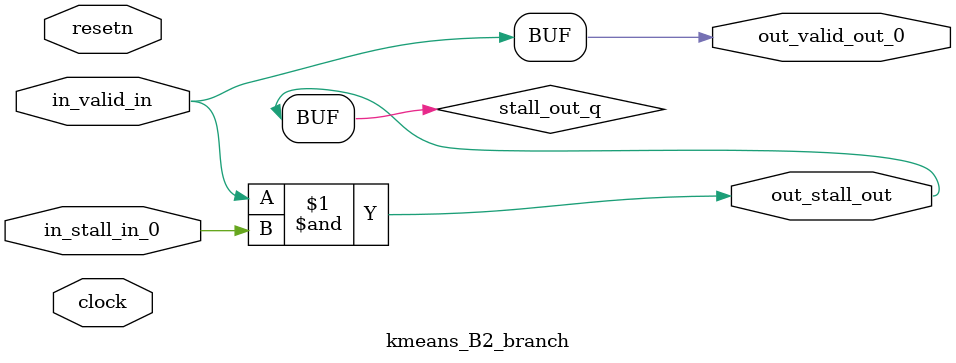
<source format=sv>



(* altera_attribute = "-name AUTO_SHIFT_REGISTER_RECOGNITION OFF; -name MESSAGE_DISABLE 10036; -name MESSAGE_DISABLE 10037; -name MESSAGE_DISABLE 14130; -name MESSAGE_DISABLE 14320; -name MESSAGE_DISABLE 15400; -name MESSAGE_DISABLE 14130; -name MESSAGE_DISABLE 10036; -name MESSAGE_DISABLE 12020; -name MESSAGE_DISABLE 12030; -name MESSAGE_DISABLE 12010; -name MESSAGE_DISABLE 12110; -name MESSAGE_DISABLE 14320; -name MESSAGE_DISABLE 13410; -name MESSAGE_DISABLE 113007; -name MESSAGE_DISABLE 10958" *)
module kmeans_B2_branch (
    input wire [0:0] in_stall_in_0,
    input wire [0:0] in_valid_in,
    output wire [0:0] out_stall_out,
    output wire [0:0] out_valid_out_0,
    input wire clock,
    input wire resetn
    );

    wire [0:0] stall_out_q;


    // stall_out(LOGICAL,6)
    assign stall_out_q = in_valid_in & in_stall_in_0;

    // out_stall_out(GPOUT,4)
    assign out_stall_out = stall_out_q;

    // out_valid_out_0(GPOUT,5)
    assign out_valid_out_0 = in_valid_in;

endmodule

</source>
